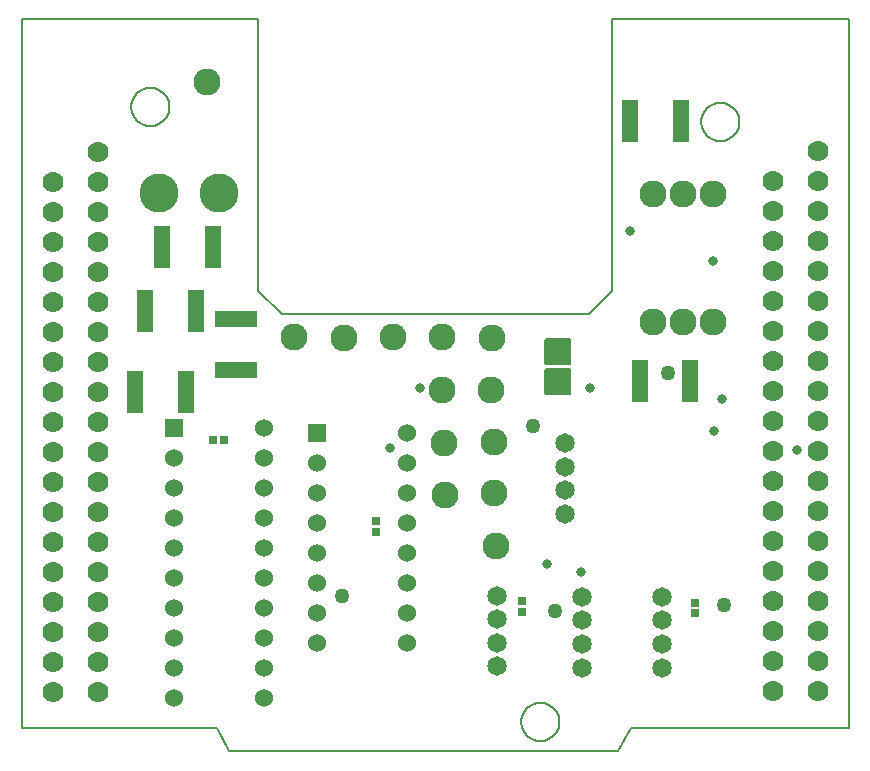
<source format=gbr>
G04 PROTEUS GERBER X2 FILE*
%TF.GenerationSoftware,Labcenter,Proteus,8.12-SP2-Build31155*%
%TF.CreationDate,2022-12-03T19:28:30+00:00*%
%TF.FileFunction,Soldermask,Bot*%
%TF.FilePolarity,Negative*%
%TF.Part,Single*%
%TF.SameCoordinates,{ab386329-c5d6-4b76-aca3-cb6d5b16447b}*%
%FSLAX45Y45*%
%MOMM*%
G01*
%TA.AperFunction,Material*%
%ADD72C,1.270000*%
%ADD73C,0.812800*%
%TA.AperFunction,Material*%
%ADD31C,1.778000*%
%AMPPAD026*
4,1,36,
0.762000,0.635000,
0.762000,-0.635000,
0.759470,-0.660970,
0.752200,-0.684980,
0.740650,-0.706580,
0.725290,-0.725290,
0.706570,-0.740650,
0.684980,-0.752200,
0.660970,-0.759470,
0.635000,-0.762000,
-0.635000,-0.762000,
-0.660970,-0.759470,
-0.684980,-0.752200,
-0.706570,-0.740650,
-0.725290,-0.725290,
-0.740650,-0.706580,
-0.752200,-0.684980,
-0.759470,-0.660970,
-0.762000,-0.635000,
-0.762000,0.635000,
-0.759470,0.660970,
-0.752200,0.684980,
-0.740650,0.706580,
-0.725290,0.725290,
-0.706570,0.740650,
-0.684980,0.752200,
-0.660970,0.759470,
-0.635000,0.762000,
0.635000,0.762000,
0.660970,0.759470,
0.684980,0.752200,
0.706570,0.740650,
0.725290,0.725290,
0.740650,0.706580,
0.752200,0.684980,
0.759470,0.660970,
0.762000,0.635000,
0*%
%TA.AperFunction,Material*%
%ADD32PPAD026*%
%ADD33C,1.524000*%
%AMPPAD033*
4,1,4,
0.304800,0.304800,
-0.304800,0.304800,
-0.304800,-0.304800,
0.304800,-0.304800,
0.304800,0.304800,
0*%
%TA.AperFunction,Material*%
%ADD39PPAD033*%
%ADD34C,3.302000*%
%TA.AperFunction,Material*%
%ADD35C,2.286000*%
%TA.AperFunction,Material*%
%ADD36C,1.651000*%
%AMPPAD034*
4,1,4,
-0.647700,-1.803400,
0.647700,-1.803400,
0.647700,1.803400,
-0.647700,1.803400,
-0.647700,-1.803400,
0*%
%TA.AperFunction,Material*%
%ADD40PPAD034*%
%AMPPAD031*
4,1,36,
-1.143000,-1.016000,
-1.143000,1.016000,
-1.140470,1.041970,
-1.133200,1.065980,
-1.121650,1.087580,
-1.106290,1.106290,
-1.087570,1.121650,
-1.065980,1.133200,
-1.041970,1.140470,
-1.016000,1.143000,
1.016000,1.143000,
1.041970,1.140470,
1.065980,1.133200,
1.087570,1.121650,
1.106290,1.106290,
1.121650,1.087580,
1.133200,1.065980,
1.140470,1.041970,
1.143000,1.016000,
1.143000,-1.016000,
1.140470,-1.041970,
1.133200,-1.065980,
1.121650,-1.087580,
1.106290,-1.106290,
1.087570,-1.121650,
1.065980,-1.133200,
1.041970,-1.140470,
1.016000,-1.143000,
-1.016000,-1.143000,
-1.041970,-1.140470,
-1.065980,-1.133200,
-1.087570,-1.121650,
-1.106290,-1.106290,
-1.121650,-1.087580,
-1.133200,-1.065980,
-1.140470,-1.041970,
-1.143000,-1.016000,
0*%
%ADD37PPAD031*%
%AMPPAD035*
4,1,4,
1.803400,-0.647700,
1.803400,0.647700,
-1.803400,0.647700,
-1.803400,-0.647700,
1.803400,-0.647700,
0*%
%ADD41PPAD035*%
%TA.AperFunction,Profile*%
%ADD20C,0.203200*%
%TD.AperFunction*%
D72*
X+2706019Y+1117192D03*
X+4325500Y+2555500D03*
X+5468500Y+3000000D03*
X+5943958Y+1039212D03*
X+4514186Y+986528D03*
D73*
X+3119000Y+2365000D03*
X+5860000Y+2510000D03*
X+3373000Y+2873000D03*
X+4812685Y+2879469D03*
X+5923934Y+2785649D03*
X+6560000Y+2350000D03*
X+5151000Y+4206500D03*
X+5849500Y+3952500D03*
X+4444540Y+1388734D03*
X+4733907Y+1316392D03*
D31*
X+641000Y+4876000D03*
X+260000Y+4622000D03*
X+641000Y+4622000D03*
X+260000Y+4368000D03*
X+641000Y+4368000D03*
X+260000Y+4114000D03*
X+641000Y+4114000D03*
X+260000Y+3860000D03*
X+641000Y+3860000D03*
X+260000Y+3606000D03*
X+641000Y+3606000D03*
X+260000Y+3352000D03*
X+641000Y+3352000D03*
X+260000Y+3098000D03*
X+641000Y+3098000D03*
X+260000Y+2844000D03*
X+641000Y+2844000D03*
X+260000Y+2590000D03*
X+641000Y+2590000D03*
X+260000Y+2336000D03*
X+641000Y+2336000D03*
X+260000Y+2082000D03*
X+641000Y+2082000D03*
X+260000Y+1828000D03*
X+641000Y+1828000D03*
X+260000Y+1574000D03*
X+641000Y+1574000D03*
X+260000Y+1320000D03*
X+641000Y+1320000D03*
X+260000Y+1066000D03*
X+641000Y+1066000D03*
X+260000Y+812000D03*
X+641000Y+812000D03*
X+260000Y+558000D03*
X+641000Y+558000D03*
X+260000Y+304000D03*
X+641000Y+304000D03*
X+6737000Y+4880000D03*
X+6356000Y+4626000D03*
X+6737000Y+4626000D03*
X+6356000Y+4372000D03*
X+6737000Y+4372000D03*
X+6356000Y+4118000D03*
X+6737000Y+4118000D03*
X+6356000Y+3864000D03*
X+6737000Y+3864000D03*
X+6356000Y+3610000D03*
X+6737000Y+3610000D03*
X+6356000Y+3356000D03*
X+6737000Y+3356000D03*
X+6356000Y+3102000D03*
X+6737000Y+3102000D03*
X+6356000Y+2848000D03*
X+6737000Y+2848000D03*
X+6356000Y+2594000D03*
X+6737000Y+2594000D03*
X+6356000Y+2340000D03*
X+6737000Y+2340000D03*
X+6356000Y+2086000D03*
X+6737000Y+2086000D03*
X+6356000Y+1832000D03*
X+6737000Y+1832000D03*
X+6356000Y+1578000D03*
X+6737000Y+1578000D03*
X+6356000Y+1324000D03*
X+6737000Y+1324000D03*
X+6356000Y+1070000D03*
X+6737000Y+1070000D03*
X+6356000Y+816000D03*
X+6737000Y+816000D03*
X+6356000Y+562000D03*
X+6737000Y+562000D03*
X+6356000Y+308000D03*
X+6737000Y+308000D03*
D32*
X+1290000Y+2540000D03*
D33*
X+1290000Y+2286000D03*
X+1290000Y+2032000D03*
X+1290000Y+1778000D03*
X+1290000Y+1524000D03*
X+1290000Y+1270000D03*
X+1290000Y+1016000D03*
X+1290000Y+762000D03*
X+1290000Y+508000D03*
X+1290000Y+254000D03*
X+2052000Y+254000D03*
X+2052000Y+508000D03*
X+2052000Y+762000D03*
X+2052000Y+1016000D03*
X+2052000Y+1270000D03*
X+2052000Y+1524000D03*
X+2052000Y+1778000D03*
X+2052000Y+2032000D03*
X+2052000Y+2286000D03*
X+2052000Y+2540000D03*
D32*
X+2500000Y+2500000D03*
D33*
X+2500000Y+2246000D03*
X+2500000Y+1992000D03*
X+2500000Y+1738000D03*
X+2500000Y+1484000D03*
X+2500000Y+1230000D03*
X+2500000Y+976000D03*
X+2500000Y+722000D03*
X+3262000Y+722000D03*
X+3262000Y+976000D03*
X+3262000Y+1230000D03*
X+3262000Y+1484000D03*
X+3262000Y+1738000D03*
X+3262000Y+1992000D03*
X+3262000Y+2246000D03*
X+3262000Y+2500000D03*
D39*
X+3000000Y+1750000D03*
X+3000000Y+1660000D03*
D34*
X+1668000Y+4530000D03*
X+1160000Y+4530000D03*
D35*
X+5850000Y+4520000D03*
X+5596000Y+4520000D03*
X+5342000Y+4520000D03*
X+5850000Y+3440000D03*
X+5596000Y+3440000D03*
X+5342000Y+3440000D03*
D36*
X+5420000Y+1110000D03*
X+5420000Y+910000D03*
X+5420000Y+710000D03*
X+5420000Y+510000D03*
D40*
X+1190000Y+4070000D03*
X+1620000Y+4070000D03*
X+5150000Y+5140000D03*
X+5580000Y+5140000D03*
X+5230000Y+2940000D03*
X+5660000Y+2940000D03*
D39*
X+5700000Y+970000D03*
X+5700000Y+1060000D03*
D36*
X+4740000Y+1110000D03*
X+4740000Y+910000D03*
X+4740000Y+710000D03*
X+4740000Y+510000D03*
X+4020000Y+1120000D03*
X+4020000Y+920000D03*
X+4020000Y+720000D03*
X+4020000Y+520000D03*
D39*
X+4230000Y+980000D03*
X+4230000Y+1070000D03*
D35*
X+1570000Y+5470000D03*
D37*
X+4540000Y+2930000D03*
X+4540000Y+3184000D03*
D36*
X+4600000Y+2410000D03*
X+4600000Y+2210000D03*
X+4600000Y+2010000D03*
X+4600000Y+1810000D03*
D35*
X+2300000Y+3310000D03*
X+2730000Y+3300000D03*
X+3140000Y+3310000D03*
X+3560000Y+3310000D03*
X+3980000Y+3300000D03*
X+3560000Y+2860000D03*
X+3970000Y+2860000D03*
X+3570000Y+2410000D03*
X+4000000Y+2420000D03*
X+3580000Y+1970000D03*
X+4000000Y+1990000D03*
X+4010000Y+1540000D03*
D40*
X+1040000Y+3530000D03*
X+1470000Y+3530000D03*
D41*
X+1810000Y+3030000D03*
X+1810000Y+3460000D03*
D40*
X+1390000Y+2840000D03*
X+960000Y+2840000D03*
D39*
X+1620000Y+2440000D03*
X+1710000Y+2440000D03*
D20*
X+0Y+0D02*
X+1650000Y+0D01*
X+7000000Y+0D02*
X+7000000Y+6000000D01*
X+5000000Y+6000000D01*
X+5000000Y+3700000D01*
X+4800000Y+3500000D01*
X+2200000Y+3500000D01*
X+2000000Y+3700000D02*
X+2000000Y+6000000D01*
X+0Y+6000000D01*
X+0Y+0D01*
X+2000000Y+3700000D02*
X+2200000Y+3500000D01*
X+5160000Y+0D02*
X+7000000Y+0D01*
X+1750000Y-200000D02*
X+5050000Y-200000D01*
X+1650000Y+0D02*
X+1750000Y-200000D01*
X+5160000Y+0D02*
X+5050000Y-200000D01*
X+4550045Y+50000D02*
X+4549508Y+63142D01*
X+4545144Y+89427D01*
X+4536029Y+115712D01*
X+4521182Y+141997D01*
X+4498470Y+168118D01*
X+4472185Y+187898D01*
X+4445900Y+200658D01*
X+4419615Y+208108D01*
X+4393330Y+210987D01*
X+4389000Y+211045D01*
X+4227955Y+50000D02*
X+4228492Y+63142D01*
X+4232856Y+89427D01*
X+4241971Y+115712D01*
X+4256818Y+141997D01*
X+4279530Y+168118D01*
X+4305815Y+187898D01*
X+4332100Y+200658D01*
X+4358385Y+208108D01*
X+4384670Y+210987D01*
X+4389000Y+211045D01*
X+4227955Y+50000D02*
X+4228492Y+36858D01*
X+4232856Y+10573D01*
X+4241971Y-15712D01*
X+4256818Y-41997D01*
X+4279530Y-68118D01*
X+4305815Y-87898D01*
X+4332100Y-100658D01*
X+4358385Y-108108D01*
X+4384670Y-110987D01*
X+4389000Y-111045D01*
X+4550045Y+50000D02*
X+4549508Y+36858D01*
X+4545144Y+10573D01*
X+4536029Y-15712D01*
X+4521182Y-41997D01*
X+4498470Y-68118D01*
X+4472185Y-87898D01*
X+4445900Y-100658D01*
X+4419615Y-108108D01*
X+4393330Y-110987D01*
X+4389000Y-111045D01*
X+6074045Y+5130000D02*
X+6073508Y+5143142D01*
X+6069144Y+5169427D01*
X+6060029Y+5195712D01*
X+6045182Y+5221997D01*
X+6022470Y+5248118D01*
X+5996185Y+5267898D01*
X+5969900Y+5280658D01*
X+5943615Y+5288108D01*
X+5917330Y+5290987D01*
X+5913000Y+5291045D01*
X+5751955Y+5130000D02*
X+5752492Y+5143142D01*
X+5756856Y+5169427D01*
X+5765971Y+5195712D01*
X+5780818Y+5221997D01*
X+5803530Y+5248118D01*
X+5829815Y+5267898D01*
X+5856100Y+5280658D01*
X+5882385Y+5288108D01*
X+5908670Y+5290987D01*
X+5913000Y+5291045D01*
X+5751955Y+5130000D02*
X+5752492Y+5116858D01*
X+5756856Y+5090573D01*
X+5765971Y+5064288D01*
X+5780818Y+5038003D01*
X+5803530Y+5011882D01*
X+5829815Y+4992102D01*
X+5856100Y+4979342D01*
X+5882385Y+4971892D01*
X+5908670Y+4969013D01*
X+5913000Y+4968955D01*
X+6074045Y+5130000D02*
X+6073508Y+5116858D01*
X+6069144Y+5090573D01*
X+6060029Y+5064288D01*
X+6045182Y+5038003D01*
X+6022470Y+5011882D01*
X+5996185Y+4992102D01*
X+5969900Y+4979342D01*
X+5943615Y+4971892D01*
X+5917330Y+4969013D01*
X+5913000Y+4968955D01*
X+1248045Y+5257000D02*
X+1247508Y+5270142D01*
X+1243144Y+5296427D01*
X+1234029Y+5322712D01*
X+1219182Y+5348997D01*
X+1196470Y+5375118D01*
X+1170185Y+5394898D01*
X+1143900Y+5407658D01*
X+1117615Y+5415108D01*
X+1091330Y+5417987D01*
X+1087000Y+5418045D01*
X+925955Y+5257000D02*
X+926492Y+5270142D01*
X+930856Y+5296427D01*
X+939971Y+5322712D01*
X+954818Y+5348997D01*
X+977530Y+5375118D01*
X+1003815Y+5394898D01*
X+1030100Y+5407658D01*
X+1056385Y+5415108D01*
X+1082670Y+5417987D01*
X+1087000Y+5418045D01*
X+925955Y+5257000D02*
X+926492Y+5243858D01*
X+930856Y+5217573D01*
X+939971Y+5191288D01*
X+954818Y+5165003D01*
X+977530Y+5138882D01*
X+1003815Y+5119102D01*
X+1030100Y+5106342D01*
X+1056385Y+5098892D01*
X+1082670Y+5096013D01*
X+1087000Y+5095955D01*
X+1248045Y+5257000D02*
X+1247508Y+5243858D01*
X+1243144Y+5217573D01*
X+1234029Y+5191288D01*
X+1219182Y+5165003D01*
X+1196470Y+5138882D01*
X+1170185Y+5119102D01*
X+1143900Y+5106342D01*
X+1117615Y+5098892D01*
X+1091330Y+5096013D01*
X+1087000Y+5095955D01*
M02*

</source>
